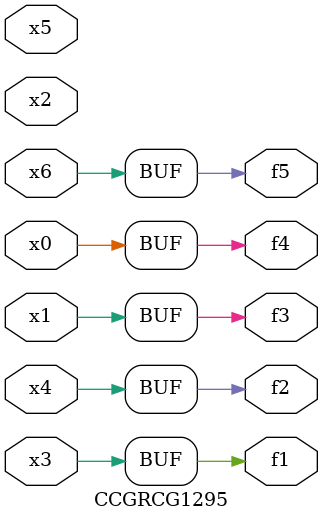
<source format=v>
module CCGRCG1295(
	input x0, x1, x2, x3, x4, x5, x6,
	output f1, f2, f3, f4, f5
);
	assign f1 = x3;
	assign f2 = x4;
	assign f3 = x1;
	assign f4 = x0;
	assign f5 = x6;
endmodule

</source>
